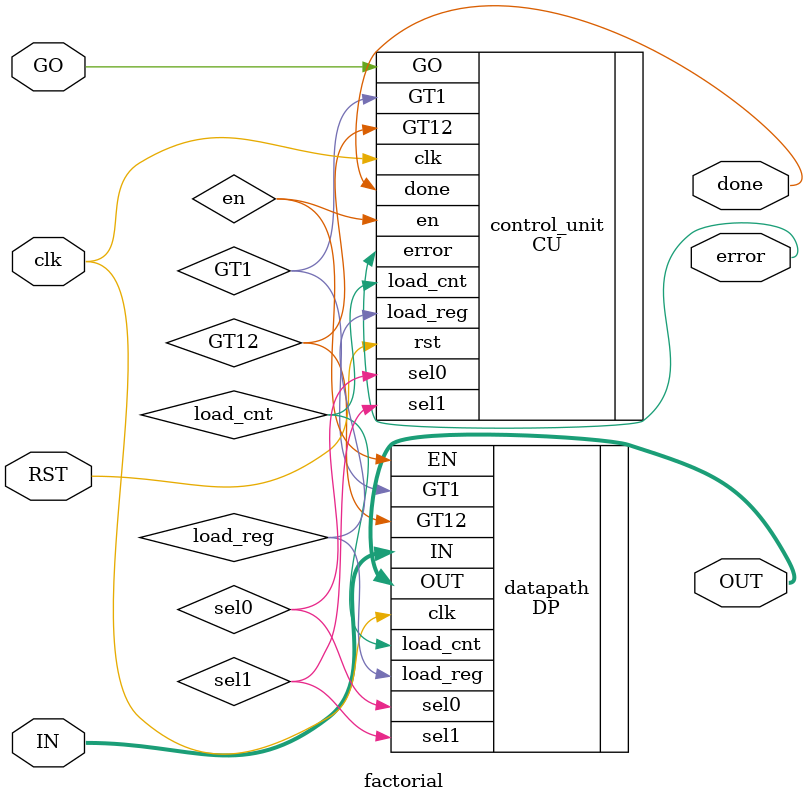
<source format=v>
module factorial(
    input [31:0] IN,
    input GO, RST, clk,
    output [31:0] OUT,
    output done, error
);

wire GT1, GT12, en, load_reg, load_cnt, sel0, sel1;

CU control_unit(.GO(GO), .GT1(GT1), .GT12(GT12), .clk(clk), .rst(RST), 
    .en(en), .load_reg(load_reg), .load_cnt(load_cnt), .sel0(sel0), .sel1(sel1),
    .done(done), .error(error));
    
DP datapath(.IN(IN), .clk(clk), .EN(en), .load_cnt(load_cnt), .load_reg(load_reg),
    .sel0(sel0), .sel1(sel1), .OUT(OUT), .GT1(GT1), .GT12(GT12));
    
endmodule

</source>
